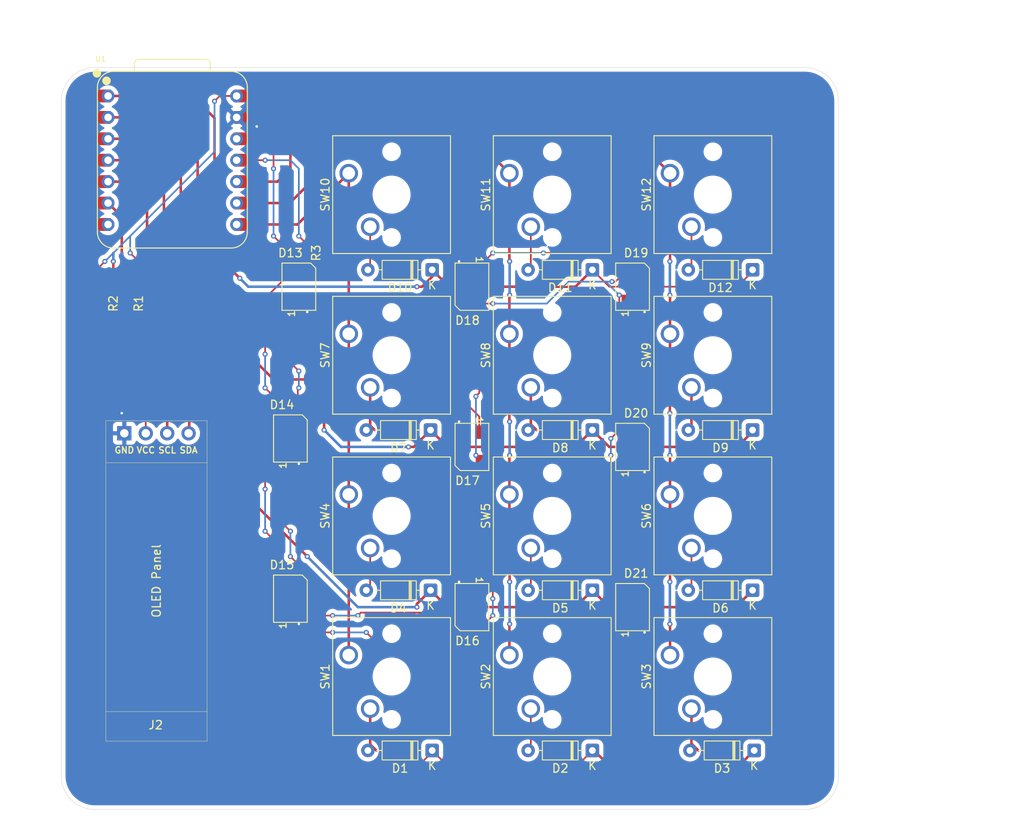
<source format=kicad_pcb>
(kicad_pcb (version 20241229) (generator "pcbnew") (generator_version "9.0")
  (layers (0 "F.Cu" signal) (2 "B.Cu" power) (13 "F.Paste" user) (15 "B.Paste" user) (5 "F.SilkS" user "F.Silkscreen") (7 "B.SilkS" user "B.Silkscreen") (1 "F.Mask" user) (3 "B.Mask" user) (25 "Edge.Cuts" user))
  (net 0 "")
  (net 1 "GND")
  (net 2 "Net-(D1-A)")
  (net 3 "+5V")
  (net 4 "ROW0")
  (net 5 "Net-(D2-A)")
  (net 6 "Net-(D3-A)")
  (net 7 "Net-(D4-A)")
  (net 8 "ROW1")
  (net 9 "Net-(D5-A)")
  (net 10 "Net-(D6-A)")
  (net 11 "ROW2")
  (net 12 "Net-(D7-A)")
  (net 13 "Net-(D8-A)")
  (net 15 "Net-(D9-A)")
  (net 16 "Net-(D10-A)")
  (net 17 "ROW3")
  (net 18 "Net-(D11-A)")
  (net 19 "Net-(D12-A)")
  (net 20 "LED")
  (net 21 "SDA")
  (net 22 "SCL")
  (net 23 "COL0")
  (net 24 "COL1")
  (net 25 "COL2")
  (net 27 "Net-(D13-DOUT)")
  (net 28 "Net-(D14-DOUT)")
  (net 29 "Net-(D15-DOUT)")
  (net 30 "Net-(D16-DOUT)")
  (net 31 "Net-(D17-DOUT)")
  (net 32 "Net-(D18-DOUT)")
  (net 33 "Net-(D19-DOUT)")
  (net 34 "Net-(D20-DOUT)")
  (net 36 "Net-(U1-GPIO3{slash}MOSI)")
  (footprint "OPL:XIAO-RP2040-DIP" (layer "F.Cu") (at 144 82)
    (property "Reference" "U1")
    (property "Value" "XIAO-RP2040-DIP")
  )
  (footprint "Button_Switch_Keyboard:SW_Cherry_MX_1.00u_PCB" (layer "F.Cu") (at 203.02 102.59 90)
    (property "Reference" "SW9")
    (property "Value" "SW_Push")
  )
  (footprint "LED_SMD:LED_SK6812MINI_PLCC4_3.5x3.5mm_P1.75mm" (layer "F.Cu") (at 179.525001 135 -90)
    (property "Reference" "D16")
    (property "Value" "SK6812MINI")
  )
  (footprint "Diode_THT:D_DO-35_SOD27_P7.62mm_Horizontal" (layer "F.Cu") (at 212.81 114 180)
    (property "Reference" "D9")
    (property "Value" "1N4148")
  )
  (footprint "Button_Switch_Keyboard:SW_Cherry_MX_1.00u_PCB" (layer "F.Cu") (at 164.92 83.54 90)
    (property "Reference" "SW10")
    (property "Value" "SW_Push")
  )
  (footprint "Diode_THT:D_DO-35_SOD27_P7.62mm_Horizontal" (layer "F.Cu") (at 212.81 133 180)
    (property "Reference" "D6")
    (property "Value" "1N4148")
  )
  (footprint "Diode_THT:D_DO-35_SOD27_P7.62mm_Horizontal" (layer "F.Cu") (at 193.81 152 180)
    (property "Reference" "D2")
    (property "Value" "1N4148")
  )
  (footprint "Diode_THT:D_DO-35_SOD27_P7.62mm_Horizontal" (layer "F.Cu") (at 174.81 152 180)
    (property "Reference" "D1")
    (property "Value" "1N4148")
  )
  (footprint "Button_Switch_Keyboard:SW_Cherry_MX_1.00u_PCB" (layer "F.Cu") (at 183.97 102.59 90)
    (property "Reference" "SW8")
    (property "Value" "SW_Push")
  )
  (footprint "Diode_THT:D_DO-35_SOD27_P7.62mm_Horizontal" (layer "F.Cu") (at 193.81 95 180)
    (property "Reference" "D11")
    (property "Value" "1N4148")
  )
  (footprint "Button_Switch_Keyboard:SW_Cherry_MX_1.00u_PCB" (layer "F.Cu") (at 164.92 102.59 90)
    (property "Reference" "SW7")
    (property "Value" "SW_Push")
  )
  (footprint "LED_SMD:LED_SK6812MINI_PLCC4_3.5x3.5mm_P1.75mm" (layer "F.Cu") (at 198.575 116 90)
    (property "Reference" "D20")
    (property "Value" "SK6812MINI")
  )
  (footprint "Diode_THT:D_DO-35_SOD27_P7.62mm_Horizontal" (layer "F.Cu") (at 174.62 133 180)
    (property "Reference" "D4")
    (property "Value" "1N4148")
  )
  (footprint "LED_SMD:LED_SK6812MINI_PLCC4_3.5x3.5mm_P1.75mm" (layer "F.Cu") (at 158 115 90)
    (property "Reference" "D14")
    (property "Value" "SK6812MINI")
  )
  (footprint "Resistor_SMD:R_0201_0603Metric_Pad0.64x0.40mm_HandSolder" (layer "F.Cu") (at 137 97 -90)
    (property "Reference" "R2")
    (property "Value" "4k7")
  )
  (footprint "Diode_THT:D_DO-35_SOD27_P7.62mm_Horizontal" (layer "F.Cu") (at 212.81 95 180)
    (property "Reference" "D12")
    (property "Value" "1N4148")
  )
  (footprint "LED_SMD:LED_SK6812MINI_PLCC4_3.5x3.5mm_P1.75mm" (layer "F.Cu") (at 179.525 116 -90)
    (property "Reference" "D17")
    (property "Value" "SK6812MINI")
  )
  (footprint "Button_Switch_Keyboard:SW_Cherry_MX_1.00u_PCB" (layer "F.Cu") (at 203.02 140.69 90)
    (property "Reference" "SW3")
    (property "Value" "SW_Push")
  )
  (footprint "Button_Switch_Keyboard:SW_Cherry_MX_1.00u_PCB" (layer "F.Cu") (at 183.97 121.639999 90)
    (property "Reference" "SW5")
    (property "Value" "SW_Push")
  )
  (footprint "LED_SMD:LED_SK6812MINI_PLCC4_3.5x3.5mm_P1.75mm" (layer "F.Cu") (at 159 97 90)
    (property "Reference" "D13")
    (property "Value" "SK6812MINI")
  )
  (footprint "Button_Switch_Keyboard:SW_Cherry_MX_1.00u_PCB" (layer "F.Cu") (at 183.970001 140.69 90)
    (property "Reference" "SW2")
    (property "Value" "SW_Push")
  )
  (footprint "LED_SMD:LED_SK6812MINI_PLCC4_3.5x3.5mm_P1.75mm" (layer "F.Cu") (at 198.575 97 90)
    (property "Reference" "D19")
    (property "Value" "SK6812MINI")
  )
  (footprint "Button_Switch_Keyboard:SW_Cherry_MX_1.00u_PCB" (layer "F.Cu") (at 183.97 83.54 90)
    (property "Reference" "SW11")
    (property "Value" "SW_Push")
  )
  (footprint "Resistor_SMD:R_0201_0603Metric_Pad0.64x0.40mm_HandSolder" (layer "F.Cu") (at 160 93 -90)
    (property "Reference" "R3")
    (property "Value" "300")
  )
  (footprint "Button_Switch_Keyboard:SW_Cherry_MX_1.00u_PCB" (layer "F.Cu") (at 203.02 121.64 90)
    (property "Reference" "SW6")
    (property "Value" "SW_Push")
  )
  (footprint "Button_Switch_Keyboard:SW_Cherry_MX_1.00u_PCB" (layer "F.Cu") (at 203.02 83.54 90)
    (property "Reference" "SW12")
    (property "Value" "SW_Push")
  )
  (footprint "Diode_THT:D_DO-35_SOD27_P7.62mm_Horizontal" (layer "F.Cu") (at 213 152 180)
    (property "Reference" "D3")
    (property "Value" "1N4148")
  )
  (footprint "Resistor_SMD:R_0201_0603Metric_Pad0.64x0.40mm_HandSolder" (layer "F.Cu") (at 140 97 -90)
    (property "Reference" "R1")
    (property "Value" "4k7")
  )
  (footprint "Button_Switch_Keyboard:SW_Cherry_MX_1.00u_PCB" (layer "F.Cu") (at 164.92 121.639999 90)
    (property "Reference" "SW4")
    (property "Value" "SW_Push")
  )
  (footprint "Button_Switch_Keyboard:SW_Cherry_MX_1.00u_PCB" (layer "F.Cu") (at 164.919999 140.69 90)
    (property "Reference" "SW1")
    (property "Value" "SW_Push")
  )
  (footprint "Diode_THT:D_DO-35_SOD27_P7.62mm_Horizontal" (layer "F.Cu") (at 174.81 95 180)
    (property "Reference" "D10")
    (property "Value" "1N4148")
  )
  (footprint "Diode_THT:D_DO-35_SOD27_P7.62mm_Horizontal" (layer "F.Cu") (at 174.62 114 180)
    (property "Reference" "D7")
    (property "Value" "1N4148")
  )
  (footprint "Diode_THT:D_DO-35_SOD27_P7.62mm_Horizontal" (layer "F.Cu") (at 193.81 133 180)
    (property "Reference" "D5")
    (property "Value" "1N4148")
  )
  (footprint "LED_SMD:LED_SK6812MINI_PLCC4_3.5x3.5mm_P1.75mm" (layer "F.Cu") (at 198.575 135 90)
    (property "Reference" "D21")
    (property "Value" "SK6812MINI")
  )
  (footprint "OLED:SSD1306-0.91-OLED-4pin-128x32" (layer "F.Cu") (at 136.115 150.885 90)
    (property "Reference" "J2")
    (property "Value" "OLED_DISPLAY")
  )
  (footprint "LED_SMD:LED_SK6812MINI_PLCC4_3.5x3.5mm_P1.75mm" (layer "F.Cu") (at 179.525 97 -90)
    (property "Reference" "D18")
    (property "Value" "SK6812MINI")
  )
  (footprint "LED_SMD:LED_SK6812MINI_PLCC4_3.5x3.5mm_P1.75mm" (layer "F.Cu") (at 158 134 90)
    (property "Reference" "D15")
    (property "Value" "SK6812MINI")
  )
  (footprint "Diode_THT:D_DO-35_SOD27_P7.62mm_Horizontal" (layer "F.Cu") (at 193.81 114 180)
    (property "Reference" "D8")
    (property "Value" "1N4148")
  )
  (gr_line (start 223 155) (end 223 75) (stroke (width 0.05)) (layer "Edge.Cuts"))
  (gr_arc (start 219 71) (mid 221.828427 72.171573) (end 223 75) (stroke (width 0.05)) (layer "Edge.Cuts"))
  (gr_arc (start 130.828427 75) (mid 132 72.171573) (end 134.828427 71) (stroke (width 0.05)) (layer "Edge.Cuts"))
  (gr_arc (start 134.828427 159) (mid 132 157.828427) (end 130.828427 155) (stroke (width 0.05)) (layer "Edge.Cuts"))
  (gr_line (start 130.828427 155) (end 130.828427 75) (stroke (width 0.05)) (layer "Edge.Cuts"))
  (gr_arc (start 223 155) (mid 221.828427 157.828427) (end 219 159) (stroke (width 0.05)) (layer "Edge.Cuts"))
  (gr_line (start 134.828427 71) (end 219 71) (stroke (width 0.05)) (layer "Edge.Cuts"))
  (gr_line (start 134.828427 159) (end 219 159) (stroke (width 0.05)) (layer "Edge.Cuts"))
  (gr_text "K" (at 193.81 134.8 0) (layer "F.SilkS") (effects (font (size 1 1))))
  (segment (start 138.305 112.305) (end 138 112) (width 0.2) (layer "F.Cu") (net 1))
  (segment (start 199.45 118.45) (end 200 119) (width 0.2) (layer "F.Cu") (net 1))
  (segment (start 199.45 137.45) (end 200 138) (width 0.2) (layer "F.Cu") (net 1))
  (segment (start 159.875 98.75) (end 159.875 99.875) (width 0.2) (layer "F.Cu") (net 1))
  (segment (start 199.45 99.45) (end 200 100) (width 0.2) (layer "F.Cu") (net 1))
  (segment (start 138.305 114.385) (end 138.305 112.305) (width 0.2) (layer "F.Cu") (net 1))
  (segment (start 159.875 99.875) (end 160 100) (width 0.2) (layer "F.Cu") (net 1))
  (segment (start 152.92 76.92) (end 152.455 76.92) (width 0.2) (layer "F.Cu") (net 1))
  (segment (start 178.65 94.65) (end 178 94) (width 0.2) (layer "F.Cu") (net 1))
  (segment (start 199.45 98.75) (end 199.45 99.45) (width 0.2) (layer "F.Cu") (net 1))
  (segment (start 154 78) (end 152.92 76.92) (width 0.2) (layer "F.Cu") (net 1))
  (segment (start 199.45 117.75) (end 199.45 118.45) (width 0.2) (layer "F.Cu") (net 1))
  (segment (start 158.875 136.875) (end 159 137) (width 0.2) (layer "F.Cu") (net 1))
  (segment (start 199.45 136.75) (end 199.45 137.45) (width 0.2) (layer "F.Cu") (net 1))
  (segment (start 158.875 117.875) (end 159 118) (width 0.2) (layer "F.Cu") (net 1))
  (segment (start 178.65 113.65) (end 178 113) (width 0.2) (layer "F.Cu") (net 1))
  (segment (start 158.875 116.75) (end 158.875 117.875) (width 0.2) (layer "F.Cu") (net 1))
  (segment (start 178.650001 132.650001) (end 178 132) (width 0.2) (layer "F.Cu") (net 1))
  (segment (start 178.65 114.25) (end 178.65 113.65) (width 0.2) (layer "F.Cu") (net 1))
  (segment (start 178.650001 133.25) (end 178.650001 132.650001) (width 0.2) (layer "F.Cu") (net 1))
  (segment (start 158.875 135.75) (end 158.875 136.875) (width 0.2) (layer "F.Cu") (net 1))
  (segment (start 178.65 95.25) (end 178.65 94.65) (width 0.2) (layer "F.Cu") (net 1))
  (via (at 154 78) (size 0.6) (drill 0.3) (layers "F.Cu" "B.Cu") (net 1))
  (via (at 159 118) (size 0.6) (drill 0.3) (layers "F.Cu" "B.Cu") (net 1))
  (via (at 160 100) (size 0.6) (drill 0.3) (layers "F.Cu" "B.Cu") (net 1))
  (via (at 178 113) (size 0.6) (drill 0.3) (layers "F.Cu" "B.Cu") (net 1))
  (via (at 200 138) (size 0.6) (drill 0.3) (layers "F.Cu" "B.Cu") (net 1))
  (via (at 200 119) (size 0.6) (drill 0.3) (layers "F.Cu" "B.Cu") (net 1))
  (via (at 178 132) (size 0.6) (drill 0.3) (layers "F.Cu" "B.Cu") (net 1))
  (via (at 159 137) (size 0.6) (drill 0.3) (layers "F.Cu" "B.Cu") (net 1))
  (via (at 138 112) (size 0.6) (drill 0.3) (layers "F.Cu" "B.Cu") (net 1))
  (via (at 200 100) (size 0.6) (drill 0.3) (layers "F.Cu" "B.Cu") (net 1))
  (via (at 178 94) (size 0.6) (drill 0.3) (layers "F.Cu" "B.Cu") (net 1))
  (segment (start 167.459999 151.269999) (end 168.19 152) (width 0.3) (layer "F.Cu") (net 2))
  (segment (start 167.459999 147.04) (end 167.459999 151.269999) (width 0.3) (layer "F.Cu") (net 2))
  (segment (start 149.62 74.38) (end 151.62 74.38) (width 0.2) (layer "F.Cu") (net 3))
  (segment (start 157.125 113.25) (end 157.125 111.125) (width 0.2) (layer "F.Cu") (net 3))
  (segment (start 157.125 132.25) (end 157.125 128.125) (width 0.2) (layer "F.Cu") (net 3))
  (segment (start 196.75 114.25) (end 197.7 114.25) (width 0.2) (layer "F.Cu") (net 3))
  (segment (start 154.229943 74.38) (end 152.455 74.38) (width 0.2) (layer "F.Cu") (net 3))
  (segment (start 182 99) (end 180.65 99) (width 0.2) (layer "F.Cu") (net 3))
  (segment (start 155 115.375) (end 157.125 113.25) (width 0.2) (layer "F.Cu") (net 3))
  (segment (start 155 105) (end 155 98.375) (width 0.2) (layer "F.Cu") (net 3))
  (segment (start 181.25 136.75) (end 182 136) (width 0.2) (layer "F.Cu") (net 3))
  (segment (start 135 101) (end 135 106) (width 0.2) (layer "F.Cu") (net 3))
  (segment (start 179.299001 135.649) (end 180.400001 136.75) (width 0.2) (layer "F.Cu") (net 3))
  (segment (start 155 98.375) (end 158.125 95.25) (width 0.2) (layer "F.Cu") (net 3))
  (segment (start 196 131.55) (end 196 117) (width 0.2) (layer "F.Cu") (net 3))
  (segment (start 182 134) (end 182 121) (width 0.2) (layer "F.Cu") (net 3))
  (segment (start 157.125 111.125) (end 155 109) (width 0.2) (layer "F.Cu") (net 3))
  (segment (start 149 75) (end 149.62 74.38) (width 0.2) (layer "F.Cu") (net 3))
  (segment (start 197.7 133.25) (end 196 131.55) (width 0.2) (layer "F.Cu") (net 3))
  (segment (start 158.125 93.125) (end 156 91) (width 0.2) (layer "F.Cu") (net 3))
  (segment (start 140 96.5925) (end 140 94) (width 0.2) (layer "F.Cu") (net 3))
  (segment (start 163 136) (end 160.875 136) (width 0.2) (layer "F.Cu") (net 3))
  (segment (start 180.4 98.75) (end 180.4 109.6) (width 0.2) (layer "F.Cu") (net 3))
  (segment (start 180.4 109.6) (end 180 110) (width 0.2) (layer "F.Cu") (net 3))
  (segment (start 135 106) (end 140.845 111.845) (width 0.2) (layer "F.Cu") (net 3))
  (segment (start 156 76.150057) (end 154.229943 74.38) (width 0.2) (layer "F.Cu") (net 3))
  (segment (start 166 136) (end 166.351 135.649) (width 0.2) (layer "F.Cu") (net 3))
  (segment (start 140.845 111.845) (end 140.845 114.385) (width 0.2) (layer "F.Cu") (net 3))
  (segment (start 136 94) (end 135 95) (width 0.2) (layer "F.Cu") (net 3))
  (segment (start 155 121) (end 155 115.375) (width 0.2) (layer "F.Cu") (net 3))
  (segment (start 182 121) (end 180.4 119.4) (width 0.2) (layer "F.Cu") (net 3))
  (segment (start 180.4 117.4) (end 180 117) (width 0.2) (layer "F.Cu") (net 3))
  (segment (start 180.400001 136.75) (end 181.25 136.75) (width 0.2) (layer "F.Cu") (net 3))
  (segment (start 140 94) (end 139 93) (width 0.2) (layer "F.Cu") (net 3))
  (segment (start 197 113.55) (end 197.7 114.25) (width 0.2) (layer "F.Cu") (net 3))
  (segment (start 196.128765 96.4) (end 196.55 96.4) (width 0.2) (layer "F.Cu") (net 3))
  (segment (start 137 96.5925) (end 137 94) (width 0.3) (layer "F.Cu") (net 3))
  (segment (start 180.4 119.4) (end 180.4 117.75) (width 0.2) (layer "F.Cu") (net 3))
  (segment (start 158.125 95.25) (end 158.125 93.125) (width 0.2) (layer "F.Cu") (net 3))
  (segment (start 156 83) (end 156 76.150057) (width 0.2) (layer "F.Cu") (net 3))
  (segment (start 197 98) (end 197 113.55) (width 0.2) (layer "F.Cu") (net 3))
  (segment (start 180.65 99) (end 180.4 98.75) (width 0.2) (layer "F.Cu") (net 3))
  (segment (start 196.55 96.4) (end 197.7 95.25) (width 0.2) (layer "F.Cu") (net 3))
  (segment (start 135 95) (end 135 101) (width 0.2) (layer "F.Cu") (net 3))
  (segment (start 180.4 117.75) (end 180.4 117.4) (width 0.2) (layer "F.Cu") (net 3))
  (segment (start 157.125 128.125) (end 155 126) (width 0.2) (layer "F.Cu") (net 3))
  (segment (start 196 115) (end 196.75 114.25) (width 0.2) (layer "F.Cu") (net 3))
  (segment (start 166.351 135.649) (end 179.299001 135.649) (width 0.2) (layer "F.Cu") (net 3))
  (segment (start 160.875 136) (end 157.125 132.25) (width 0.2) (layer "F.Cu") (net 3))
  (via (at 139 93) (size 0.6) (drill 0.3) (layers "F.Cu" "B.Cu") (net 3))
  (via (at 155 109) (size 0.6) (drill 0.3) (layers "F.Cu" "B.Cu") (net 3))
  (via (at 180 117) (size 0.6) (drill 0.3) (layers "F.Cu" "B.Cu") (net 3))
  (via (at 149 75) (size 0.6) (drill 0.3) (layers "F.Cu" "B.Cu") (net 3))
  (via (at 196.128765 96.4) (size 0.6) (drill 0.3) (layers "F.Cu" "B.Cu") (net 3))
  (via (at 156 91) (size 0.6) (drill 0.3) (layers "F.Cu" "B.Cu") (net 3))
  (via (at 182 136) (size 0.6) (drill 0.3) (layers "F.Cu" "B.Cu") (net 3))
  (via (at 156 83) (size 0.6) (drill 0.3) (layers "F.Cu" "B.Cu") (net 3))
  (via (at 180 110) (size 0.6) (drill 0.3) (layers "F.Cu" "B.Cu") (net 3))
  (via (at 155 121) (size 0.6) (drill 0.3) (layers "F.Cu" "B.Cu") (net 3))
  (via (at 166 136) (size 0.6) (drill 0.3) (layers "F.Cu" "B.Cu") (net 3))
  (via (at 137 94) (size 0.6) (drill 0.3) (layers "F.Cu" "B.Cu") (net 3))
  (via (at 196 115) (size 0.6) (drill 0.3) (layers "F.Cu" "B.Cu") (net 3))
  (via (at 182 134) (size 0.6) (drill 0.3) (layers "F.Cu" "B.Cu") (net 3))
  (via (at 163 136) (size 0.6) (drill 0.3) (layers "F.Cu" "B.Cu") (net 3))
  (via (at 197 98) (size 0.6) (drill 0.3) (layers "F.Cu" "B.Cu") (net 3))
  (via (at 155 126) (size 0.6) (drill 0.3) (layers "F.Cu" "B.Cu") (net 3))
  (via (at 196 117) (size 0.6) (drill 0.3) (layers "F.Cu" "B.Cu") (net 3))
  (via (at 155 105) (size 0.6) (drill 0.3) (layers "F.Cu" "B.Cu") (net 3))
  (via (at 182 99) (size 0.6) (drill 0.3) (layers "F.Cu" "B.Cu") (net 3))
  (via (at 136 94) (size 0.6) (drill 0.3) (layers "F.Cu" "B.Cu") (net 3))
  (segment (start 139 91) (end 149 81) (width 0.2) (layer "B.Cu") (net 3))
  (segment (start 139 93) (end 139 91) (width 0.2) (layer "B.Cu") (net 3))
  (segment (start 166 136) (end 164 136) (width 0.2) (layer "B.Cu") (net 3))
  (segment (start 137 93) (end 139 91) (width 0.2) (layer "B.Cu") (net 3))
  (segment (start 195.4 96.4) (end 191.00153 96.4) (width 0.2) (layer "B.Cu") (net 3))
  (segment (start 197 98) (end 195.4 96.4) (width 0.2) (layer "B.Cu") (net 3))
  (segment (start 149 81) (end 149 75) (width 0.2) (layer "B.Cu") (net 3))
  (segment (start 188.40153 99) (end 182 99) (width 0.2) (layer "B.Cu") (net 3))
  (segment (start 196.128765 96.4) (end 195.4 96.4) (width 0.2) (layer "B.Cu") (net 3))
  (segment (start 155 126) (end 155 121) (width 0.2) (layer "B.Cu") (net 3))
  (segment (start 196 117) (end 196 115) (width 0.2) (layer "B.Cu") (net 3))
  (segment (start 137 94) (end 137 93) (width 0.3) (layer "B.Cu") (net 3))
  (segment (start 180 117) (end 180 110) (width 0.2) (layer "B.Cu") (net 3))
  (segment (start 155 109) (end 155 105) (width 0.2) (layer "B.Cu") (net 3))
  (segment (start 136 94) (end 137 93) (width 0.2) (layer "B.Cu") (net 3))
  (segment (start 164 136) (end 163 136) (width 0.2) (layer "B.Cu") (net 3))
  (segment (start 191.00153 96.4) (end 188.40153 99) (width 0.2) (layer "B.Cu") (net 3))
  (segment (start 156 91) (end 156 83) (width 0.2) (layer "B.Cu") (net 3))
  (segment (start 182 134) (end 182 136) (width 0.2) (layer "B.Cu") (net 3))
  (segment (start 142 82) (end 143 83) (width 0.3) (layer "F.Cu") (net 4))
  (segment (start 191.81 154) (end 193.81 152) (width 0.2) (layer "F.Cu") (net 4))
  (segment (start 174.81 152) (end 176.81 154) (width 0.2) (layer "F.Cu") (net 4))
  (segment (start 174.81 152.19) (end 173 154) (width 0.2) (layer "F.Cu") (net 4))
  (segment (start 211 154) (end 196 154) (width 0.3) (layer "F.Cu") (net 4))
  (segment (start 150 144) (end 160 154) (width 0.3) (layer "F.Cu") (net 4))
  (segment (start 213 152) (end 211 154) (width 0.3) (layer "F.Cu") (net 4))
  (segment (start 136.38 82) (end 142 82) (width 0.3) (layer "F.Cu") (net 4))
  (segment (start 150 109) (end 150 144) (width 0.3) (layer "F.Cu") (net 4))
  (segment (start 160 154) (end 172 154) (width 0.3) (layer "F.Cu") (net 4))
  (segment (start 143 83) (end 143 102) (width 0.3) (layer "F.Cu") (net 4))
  (segment (start 176.81 154) (end 191.81 154) (width 0.2) (layer "F.Cu") (net 4))
  (segment (start 173 154) (end 172 154) (width 0.2) (layer "F.Cu") (net 4))
  (segment (start 174.81 152) (end 174.81 152.19) (width 0.2) (layer "F.Cu") (net 4))
  (segment (start 194 152) (end 193.81 152) (width 0.3) (layer "F.Cu") (net 4))
  (segment (start 143 102) (end 150 109) (width 0.3) (layer "F.Cu") (net 4))
  (segment (start 196 154) (end 194 152) (width 0.3) (layer "F.Cu") (net 4))
  (segment (start 186.510001 151.679999) (end 186.19 152) (width 0.2) (layer "F.Cu") (net 5))
  (segment (start 186.510001 147.04) (end 186.510001 151.679999) (width 0.2) (layer "F.Cu") (net 5))
  (segment (start 205.56 151.18) (end 206.38 152) (width 0.3) (layer "F.Cu") (net 6))
  (segment (start 205.56 147.04) (end 205.56 151.18) (width 0.3) (layer "F.Cu") (net 6))
  (segment (start 167.46 127.989999) (end 167.46 132.54) (width 0.2) (layer "F.Cu") (net 7))
  (segment (start 167.46 132.54) (end 167 133) (width 0.2) (layer "F.Cu") (net 7))
  (segment (start 192 134.81) (end 193.81 133) (width 0.3) (layer "F.Cu") (net 8))
  (segment (start 136.38 79.46) (end 143.46 79.46) (width 0.3) (layer "F.Cu") (net 8))
  (segment (start 173 134.62) (end 174.62 133) (width 0.3) (layer "F.Cu") (net 8))
  (segment (start 143.46 79.46) (end 145 81) (width 0.3) (layer "F.Cu") (net 8))
  (segment (start 153 108) (end 153 122) (width 0.3) (layer "F.Cu") (net 8))
  (segment (start 173 135) (end 173 134.62) (width 0.3) (layer "F.Cu") (net 8))
  (segment (start 195.81 135) (end 210.81 135) (width 0.3) (layer "F.Cu") (net 8))
  (segment (start 193.81 133) (end 195.81 135) (width 0.3) (layer "F.Cu") (net 8))
  (segment (start 145 100) (end 153 108) (width 0.3) (layer "F.Cu") (net 8))
  (segment (start 145 81) (end 145 100) (width 0.3) (layer "F.Cu") (net 8))
  (segment (start 153 122) (end 160 129) (width 0.3) (layer "F.Cu") (net 8))
  (segment (start 210.81 135) (end 212.81 133) (width 0.3) (layer "F.Cu") (net 8))
  (segment (start 174.62 133) (end 176.62 135) (width 0.3) (layer "F.Cu") (net 8))
  (segment (start 192 135) (end 192 134.81) (width 0.3) (layer "F.Cu") (net 8))
  (segment (start 176.62 135) (end 192 135) (width 0.3) (layer "F.Cu") (net 8))
  (via (at 173 135) (size 0.6) (drill 0.3) (layers "F.Cu" "B.Cu") (net 8))
  (via (at 160 129) (size 0.6) (drill 0.3) (layers "F.Cu" "B.Cu") (net 8))
  (segment (start 166 135) (end 160 129) (width 0.3) (layer "B.Cu") (net 8))
  (segment (start 173 135) (end 166 135) (width 0.3) (layer "B.Cu") (net 8))
  (segment (start 186.51 127.989999) (end 186.51 132.68) (width 0.2) (layer "F.Cu") (net 9))
  (segment (start 186.51 132.68) (end 186.19 133) (width 0.2) (layer "F.Cu") (net 9))
  (segment (start 205.56 132.63) (end 205.19 133) (width 0.2) (layer "F.Cu") (net 10))
  (segment (start 205.56 127.99) (end 205.56 132.63) (width 0.2) (layer "F.Cu") (net 10))
  (segment (start 193.81 114) (end 195.81 116) (width 0.3) (layer "F.Cu") (net 11))
  (segment (start 136.38 76.92) (end 144.92 76.92) (width 0.3) (layer "F.Cu") (net 11))
  (segment (start 174.62 114) (end 176.62 116) (width 0.3) (layer "F.Cu") (net 11))
  (segment (start 191.81 116) (end 193.81 114) (width 0.3) (layer "F.Cu") (net 11))
  (segment (start 172.62 116) (end 173.31 115.31) (width 0.3) (layer "F.Cu") (net 11))
  (segment (start 156 108) (end 160 108) (width 0.3) (layer "F.Cu") (net 11))
  (segment (start 173.31 115.31) (end 174.62 114) (width 0.3) (layer "F.Cu") (net 11))
  (segment (start 144.92 76.92) (end 147 79) (width 0.3) (layer "F.Cu") (net 11))
  (segment (start 176.62 116) (end 191.81 116) (width 0.3) (layer "F.Cu") (net 11))
  (segment (start 195.81 116) (end 211 116) (width 0.3) (layer "F.Cu") (net 11))
  (segment (start 211 116) (end 212.81 114.19) (width 0.3) (layer "F.Cu") (net 11))
  (segment (start 172 116) (end 172.62 116) (width 0.3) (layer "F.Cu") (net 11))
  (segment (start 147 99) (end 156 108) (width 0.3) (layer "F.Cu") (net 11))
  (segment (start 162 110) (end 162 114) (width 0.3) (layer "F.Cu") (net 11))
  (segment (start 212.81 114.19) (end 212.81 114) (width 0.3) (layer "F.Cu") (net 11))
  (segment (start 147 79) (end 147 99) (width 0.3) (layer "F.Cu") (net 11))
  (segment (start 160 108) (end 162 110) (width 0.3) (layer "F.Cu") (net 11))
  (via (at 162 114) (size 0.6) (drill 0.3) (layers "F.Cu" "B.Cu") (net 11))
  (via (at 172 116) (size 0.6) (drill 0.3) (layers "F.Cu" "B.Cu") (net 11))
  (segment (start 172 116) (end 164 116) (width 0.3) (layer "B.Cu") (net 11))
  (segment (start 164 116) (end 162 114) (width 0.3) (layer "B.Cu") (net 11))
  (segment (start 167.46 108.94) (end 167.46 113.46) (width 0.3) (layer "F.Cu") (net 12))
  (segment (start 167.46 113.46) (end 168 114) (width 0.3) (layer "F.Cu") (net 12))
  (segment (start 186.51 108.94) (end 186.51 113.32) (width 0.3) (layer "F.Cu") (net 13))
  (segment (start 186.51 113.32) (end 187.19 114) (width 0.3) (layer "F.Cu") (net 13))
  (segment (start 205.56 108.94) (end 205.56 113.37) (width 0.3) (layer "F.Cu") (net 15))
  (segment (start 167.46 89.89) (end 167.46 94.73) (width 0.2) (layer "F.Cu") (net 16))
  (segment (start 167.46 94.73) (end 167.19 95) (width 0.2) (layer "F.Cu") (net 16))
  (segment (start 191.81 97) (end 193.81 95) (width 0.3) (layer "F.Cu") (net 17))
  (segment (start 149 93) (end 152 96) (width 0.3) (layer "F.Cu") (net 17))
  (segment (start 195.81 97) (end 211 97) (width 0.2) (layer "F.Cu") (net 17))
  (segment (start 136.38 74.38) (end 146.38 74.38) (width 0.3) (layer "F.Cu") (net 17))
  (segment (start 173.62 97) (end 174.81 95.81) (width 0.3) (layer "F.Cu") (net 17))
  (segment (start 174.81 95.81) (end 174.81 95) (width 0.3) (layer "F.Cu") (net 17))
  (segment (start 149 77) (end 149 93) (width 0.3) (layer "F.Cu") (net 17))
  (segment (start 193.81 95) (end 195.81 97) (width 0.2) (layer "F.Cu") (net 17))
  (segment (start 176.81 97) (end 191.81 97) (width 0.3) (layer "F.Cu") (net 17))
  (segment (start 146.38 74.38) (end 149 77) (width 0.3) (layer "F.Cu") (net 17))
  (segment (start 211 97) (end 212.81 95.19) (width 0.2) (layer "F.Cu") (net 17))
  (segment (start 173 97) (end 173.62 97) (width 0.3) (layer "F.Cu") (net 17))
  (segment (start 212.81 95.19) (end 212.81 95) (width 0.2) (layer "F.Cu") (net 17))
  (segment (start 174.81 95) (end 176.81 97) (width 0.3) (layer "F.Cu") (net 17))
  (via (at 152 96) (size 0.6) (drill 0.3) (layers "F.Cu" "B.Cu") (net 17))
  (via (at 173 97) (size 0.6) (drill 0.3) (layers "F.Cu" "B.Cu") (net 17))
  (segment (start 153 97) (end 152 96) (width 0.3) (layer "B.Cu") (net 17))
  (segment (start 173 97) (end 153 97) (width 0.3) (layer "B.Cu") (net 17))
  (segment (start 186.51 94.68) (end 186.19 95) (width 0.2) (layer "F.Cu") (net 18))
  (segment (start 186.51 89.89) (end 186.51 94.68) (width 0.2) (layer "F.Cu") (net 18))
  (segment (start 205.56 94.63) (end 205.19 95) (width 0.2) (layer "F.Cu") (net 19))
  (segment (start 205.56 89.89) (end 205.56 94.63) (width 0.2) (layer "F.Cu") (net 19))
  (segment (start 160 93.4075) (end 160 95.125) (width 0.2) (layer "F.Cu") (net 20))
  (segment (start 160 95.125) (end 159.875 95.25) (width 0.2) (layer "F.Cu") (net 20))
  (segment (start 146 114.31) (end 145.925 114.385) (width 0.3) (layer "F.Cu") (net 21))
  (segment (start 140 98) (end 141 99) (width 0.3) (layer "F.Cu") (net 21))
  (segment (start 146 109) (end 146 114.31) (width 0.3) (layer "F.Cu") (net 21))
  (segment (start 141 104) (end 146 109) (width 0.3) (layer "F.Cu") (net 21))
  (segment (start 141 86) (end 141 99) (width 0.3) (layer "F.Cu") (net 21))
  (segment (start 135.545 84.54) (end 139.54 84.54) (width 0.3) (layer "F.Cu") (net 21))
  (segment (start 139.54 84.54) (end 141 86) (width 0.3) (layer "F.Cu") (net 21))
  (segment (start 140 97.4075) (end 140 98) (width 0.3) (layer "F.Cu") (net 21))
  (segment (start 141 99) (end 141 104) (width 0.3) (layer "F.Cu") (net 21))
  (segment (start 137.5925 97.4075) (end 138 97) (width 0.3) (layer "F.Cu") (net 22))
  (segment (start 143.385 114.385) (end 143.385 109.385) (width 0.3) (layer "F.Cu") (net 22))
  (segment (start 143.385 109.385) (end 138 104) (width 0.3) (layer "F.Cu") (net 22))
  (segment (start 138 104) (end 138 97) (width 0.3) (layer "F.Cu") (net 22))
  (segment (start 138 97) (end 138 88.7) (width 0.3) (layer "F.Cu") (net 22))
  (segment (start 137 97.4075) (end 137.5925 97.4075) (width 0.3) (layer "F.Cu") (net 22))
  (segment (start 138 88.7) (end 136.38 87.08) (width 0.3) (layer "F.Cu") (net 22))
  (segment (start 164.92 121.639999) (end 164.919999 140.69) (width 0.3) (layer "F.Cu") (net 23))
  (segment (start 164.92 102.59) (end 164.92 121.639999) (width 0.3) (layer "F.Cu") (net 23))
  (segment (start 158.84 89.62) (end 152.455 89.62) (width 0.3) (layer "F.Cu") (net 23))
  (segment (start 164.92 83.54) (end 164.92 102.59) (width 0.3) (layer "F.Cu") (net 23))
  (segment (start 164.92 83.54) (end 158.84 89.62) (width 0.3) (layer "F.Cu") (net 23))
  (segment (start 183.97 117.03) (end 184 117) (width 0.3) (layer "F.Cu") (net 24))
  (segment (start 183.97 98.03) (end 184 98) (width 0.3) (layer "F.Cu") (net 24))
  (segment (start 183.970001 137.029999) (end 184 137) (width 0.3) (layer "F.Cu") (net 24))
  (segment (start 183.97 102.59) (end 183.97 98.03) (width 0.3) (layer "F.Cu") (net 24))
  (segment (start 183.97 83.54) (end 178.43 78) (width 0.3) (layer "F.Cu") (net 24))
  (segment (start 183.97 121.639999) (end 183.97 117.03) (width 0.3) (layer "F.Cu") (net 24))
  (segment (start 184 132) (end 184 131) (width 0.3) (layer "F.Cu") (net 24))
  (segment (start 184 131) (end 183.97 130.97) (width 0.3) (layer "F.Cu") (net 24))
  (segment (start 183.97 93.97) (end 183.97 83.54) (width 0.3) (layer "F.Cu") (net 24))
  (segment (start 161 78) (end 160 79) (width 0.3) (layer "F.Cu") (net 24))
  (segment (start 160 85) (end 157.92 87.08) (width 0.3) (layer "F.Cu") (net 24))
  (segment (start 157.92 87.08) (end 152.455 87.08) (width 0.3) (layer "F.Cu") (net 24))
  (segment (start 160 79) (end 160 85) (width 0.3) (layer "F.Cu") (net 24))
  (segment (start 178.43 78) (end 161 78) (width 0.3) (layer "F.Cu") (net 24))
  (segment (start 183.97 112.97) (end 183.97 102.59) (width 0.3) (layer "F.Cu") (net 24))
  (segment (start 184 94) (end 183.97 93.97) (width 0.3) (layer "F.Cu") (net 24))
  (segment (start 183.97 130.97) (end 183.97 121.639999) (width 0.3) (layer "F.Cu") (net 24))
  (segment (start 183.970001 140.69) (end 183.970001 137.029999) (width 0.3) (layer "F.Cu") (net 24))
  (segment (start 184 113) (end 183.97 112.97) (width 0.3) (layer "F.Cu") (net 24))
  (via (at 184 117) (size 0.6) (drill 0.3) (layers "F.Cu" "B.Cu") (net 24))
  (via (at 184 113) (size 0.6) (drill 0.3) (layers "F.Cu" "B.Cu") (net 24))
  (via (at 184 94) (size 0.6) (drill 0.3) (layers "F.Cu" "B.Cu") (net 24))
  (via (at 184 132) (size 0.6) (drill 0.3) (layers "F.Cu" "B.Cu") (net 24))
  (via (at 184 98) (size 0.6) (drill 0.3) (layers "F.Cu" "B.Cu") (net 24))
  (via (at 184 137) (size 0.6) (drill 0.3) (layers "F.Cu" "B.Cu") (net 24))
  (segment (start 184 98) (end 184 94) (width 0.3) (layer "B.Cu") (net 24))
  (segment (start 184 137) (end 184 132) (width 0.3) (layer "B.Cu") (net 24))
  (segment (start 184 117) (end 184 113) (width 0.3) (layer "B.Cu") (net 24))
  (segment (start 203 132) (end 203.02 131.98) (width 0.3) (layer "F.Cu") (net 25))
  (segment (start 195.48 76) (end 161 76) (width 0.3) (layer "F.Cu") (net 25))
  (segment (start 203.02 110.98) (end 203.02 102.59) (width 0.3) (layer "F.Cu") (net 25))
  (segment (start 203.02 123.397976) (end 203.02 121.64) (width 0.3) (layer "F.Cu") (net 25))
  (segment (start 203 94) (end 203.02 93.98) (width 0.3) (layer "F.Cu") (net 25))
  (segment (start 203 111) (end 203.02 110.98) (width 0.3) (layer "F.Cu") (net 25))
  (segment (start 203.02 117.02) (end 203 117) (width 0.3) (layer "F.Cu") (net 25))
  (segment (start 156.46 84.54) (end 152.455 84.54) (width 0.3) (layer "F.Cu") (net 25))
  (segment (start 203.02 131.98) (end 203.02 121.64) (width 0.3) (layer "F.Cu") (net 25))
  (segment (start 158 79) (end 158 83) (width 0.3) (layer "F.Cu") (net 25))
  (segment (start 203.02 137.02) (end 203 137) (width 0.3) (layer "F.Cu") (net 25))
  (segment (start 203.02 98.02) (end 203 98) (width 0.3) (layer "F.Cu") (net 25))
  (segment (start 203.02 93.98) (end 203.02 83.54) (width 0.3) (layer "F.Cu") (net 25))
  (segment (start 203.02 83.54) (end 195.48 76) (width 0.3) (layer "F.Cu") (net 25))
  (segment (start 203.02 121.64) (end 203.02 117.02) (width 0.3) (layer "F.Cu") (net 25))
  (segment (start 203.02 140.69) (end 203.02 137.02) (width 0.3) (layer "F.Cu") (net 25))
  (segment (start 161 76) (end 158 79) (width 0.3) (layer "F.Cu") (net 25))
  (segment (start 203.02 102.59) (end 203.02 98.02) (width 0.3) (layer "F.Cu") (net 25))
  (segment (start 158 83) (end 156.46 84.54) (width 0.3) (layer "F.Cu") (net 25))
  (segment (start 203 112) (end 203 111) (width 0.3) (layer "F.Cu") (net 25))
  (via (at 203 94) (size 0.6) (drill 0.3) (layers "F.Cu" "B.Cu") (net 25))
  (via (at 203 117) (size 0.6) (drill 0.3) (layers "F.Cu" "B.Cu") (net 25))
  (via (at 203 132) (size 0.6) (drill 0.3) (layers "F.Cu" "B.Cu") (net 25))
  (via (at 203 112) (size 0.6) (drill 0.3) (layers "F.Cu" "B.Cu") (net 25))
  (via (at 203 98) (size 0.6) (drill 0.3) (layers "F.Cu" "B.Cu") (net 25))
  (via (at 203 137) (size 0.6) (drill 0.3) (layers "F.Cu" "B.Cu") (net 25))
  (segment (start 203 117) (end 203 112) (width 0.3) (layer "B.Cu") (net 25))
  (segment (start 203 98) (end 203 94) (width 0.3) (layer "B.Cu") (net 25))
  (segment (start 203 137) (end 203 132) (width 0.3) (layer "B.Cu") (net 25))
  (segment (start 158.875 113.25) (end 158.875 109.125) (width 0.2) (layer "F.Cu") (net 27))
  (segment (start 158.125 106.125) (end 158.125 98.75) (width 0.2) (layer "F.Cu") (net 27))
  (segment (start 158.875 109.125) (end 159 109) (width 0.2) (layer "F.Cu") (net 27))
  (segment (start 159 107) (end 158.125 106.125) (width 0.2) (layer "F.Cu") (net 27))
  (segment (start 159 107) (end 159.125 106.875) (width 0.2) (layer "F.Cu") (net 27))
  (via (at 159 107) (size 0.6) (drill 0.3) (layers "F.Cu" "B.Cu") (net 27))
  (via (at 159 109) (size 0.6) (drill 0.3) (layers "F.Cu" "B.Cu") (net 27))
  (segment (start 159 109) (end 159 107) (width 0.2) (layer "B.Cu") (net 27))
  (segment (start 158.875 129.875) (end 158.875 132.25) (width 0.2) (layer "F.Cu") (net 28))
  (segment (start 157.125 125.125) (end 158 126) (width 0.2) (layer "F.Cu") (net 28))
  (segment (start 158 129) (end 158.875 129.875) (width 0.2) (layer "F.Cu") (net 28))
  (segment (start 157.125 116.75) (end 157.125 125.125) (width 0.2) (layer "F.Cu") (net 28))
  (via (at 158 126) (size 0.6) (drill 0.3) (layers "F.Cu" "B.Cu") (net 28))
  (via (at 158 129) (size 0.6) (drill 0.3) (layers "F.Cu" "B.Cu") (net 28))
  (segment (start 158 126) (end 158 129) (width 0.2) (layer "B.Cu") (net 28))
  (segment (start 158 138) (end 163 138) (width 0.2) (layer "F.Cu") (net 29))
  (segment (start 176.049001 139.351) (end 178.650001 136.75) (width 0.2) (layer "F.Cu") (net 29))
  (segment (start 168.351 139.351) (end 176.049001 139.351) (width 0.2) (layer "F.Cu") (net 29))
  (segment (start 167 138) (end 168.351 139.351) (width 0.2) (layer "F.Cu") (net 29))
  (segment (start 157.125 137.125) (end 158 138) (width 0.2) (layer "F.Cu") (net 29))
  (segment (start 157.125 135.75) (end 157.125 137.125) (width 0.2) (layer "F.Cu") (net 29))
  (via (at 167 138) (size 0.6) (drill 0.3) (layers "F.Cu" "B.Cu") (net 29))
  (via (at 163 138) (size 0.6) (drill 0.3) (layers "F.Cu" "B.Cu") (net 29))
  (segment (start 163 138) (end 167 138) (width 0.2) (layer "B.Cu") (net 29))
  (segment (start 179.525 128) (end 180.400001 128.875001) (width 0.2) (layer "F.Cu") (net 30))
  (segment (start 178.65 119.125) (end 178.65 117.75) (width 0.2) (layer "F.Cu") (net 30))
  (segment (start 180.400001 128.875001) (end 180.400001 133.25) (width 0.2) (layer "F.Cu") (net 30))
  (segment (start 179.525 120) (end 179.525 128) (width 0.2) (layer "F.Cu") (net 30))
  (segment (start 179.525 120) (end 178.65 119.125) (width 0.2) (layer "F.Cu") (net 30))
  (segment (start 179.525 128) (end 179.7875 128.2625) (width 0.2) (layer "F.Cu") (net 30))
  (segment (start 178.65 110.65) (end 180.4 112.4) (width 0.2) (layer "F.Cu") (net 31))
  (segment (start 178.65 98.75) (end 178.65 110.65) (width 0.2) (layer "F.Cu") (net 31))
  (segment (start 180.4 112.4) (end 180.4 114.25) (width 0.2) (layer "F.Cu") (net 31))
  (segment (start 197.2 93) (end 199.45 95.25) (width 0.2) (layer "F.Cu") (net 32))
  (segment (start 188 93) (end 197.2 93) (width 0.2) (layer "F.Cu") (net 32))
  (segment (start 180.4 94.6) (end 182 93) (width 0.2) (layer "F.Cu") (net 32))
  (segment (start 180.4 95.25) (end 180.4 94.6) (width 0.2) (layer "F.Cu") (net 32))
  (via (at 188 93) (size 0.6) (drill 0.3) (layers "F.Cu" "B.Cu") (net 32))
  (via (at 182 93) (size 0.6) (drill 0.3) (layers "F.Cu" "B.Cu") (net 32))
  (segment (start 182 93) (end 188 93) (width 0.2) (layer "B.Cu") (net 32))
  (segment (start 199.875 106.875) (end 199.875 114.25) (width 0.2) (layer "F.Cu") (net 33))
  (segment (start 197.7 98.75) (end 197.7 104.7) (width 0.2) (layer "F.Cu") (net 33))
  (segment (start 197.7 104.7) (end 199.875 106.875) (width 0.2) (layer "F.Cu") (net 33))
  (segment (start 199.45 125.45) (end 199.45 133.25) (width 0.2) (layer "F.Cu") (net 34))
  (segment (start 197.7 117.75) (end 197.7 123.7) (width 0.2) (layer "F.Cu") (net 34))
  (segment (start 197.7 123.7) (end 199.45 125.45) (width 0.2) (layer "F.Cu") (net 34))
  (segment (start 155 82) (end 151.62 82) (width 0.2) (layer "F.Cu") (net 36))
  (segment (start 160 92) (end 159 91) (width 0.2) (layer "F.Cu") (net 36))
  (segment (start 160 92.5925) (end 160 92) (width 0.2) (layer "F.Cu") (net 36))
  (via (at 159 91) (size 0.6) (drill 0.3) (layers "F.Cu" "B.Cu") (net 36))
  (via (at 155 82) (size 0.6) (drill 0.3) (layers "F.Cu" "B.Cu") (net 36))
  (segment (start 158 82) (end 155 82) (width 0.2) (layer "B.Cu") (net 36))
  (segment (start 159 83) (end 158 82) (width 0.2) (layer "B.Cu") (net 36))
  (segment (start 159 91) (end 159 83) (width 0.2) (layer "B.Cu") (net 36))
  (zone (net 1) (net_name "GND") (layer "B.Cu") (connect_pads (clearance 0.5)) (min_thickness 0.25) (fill yes (thermal_gap 0.5) (thermal_bridge_width 0.5))
    (polygon (pts (xy 124.560001 161.43) (xy 123.560001 63) (xy 244.000001 63) (xy 245.000001 161.43)))
  )
)
</source>
